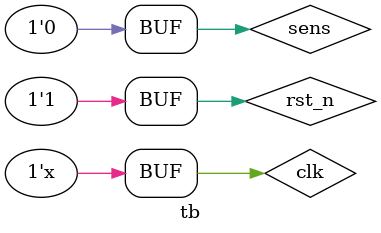
<source format=v>
`timescale 10ps/1ps
module tb;

localparam WIDTH = 4;
localparam num_leds = 10;

reg clk;
reg rst_n;
reg sens;
wire [WIDTH - 1:0] count;
wire ovfl;
wire [num_leds - 1 : 0] leds;
wire row;
wire [5:0] column;
wire directie;
wire [2:0] curr_display;
	
initial begin
	clk = 1'b0;
	rst_n = 1'b1;
	#10 rst_n = 1'b0;
	#10 rst_n = 1'b1;
	sens = 1'b0;
	#10 sens  = 1'b1;
	#100 sens = 1'b0;
end

always #1 clk = ~clk;

counter #(
	.WIDTH (WIDTH),
	.COUNT_TO ()
)
counterinst (
	.clk_i (clk   ),
	.rst_ni(rst_n),
	.count_o (count),
	.overflow_o(ovfl)
);

led #(
	.NUM_OF_DISPLAYS (),
	.COL_WIDTH ()

)
led_inst
(
	.clk_i(clk),
	.rst_ni(rst_n),
	.overflow_i(ovfl),
	.directie(directie),
	.row(row),
	.column(column),
	.curr_display(curr_display)
);


endmodule
</source>
